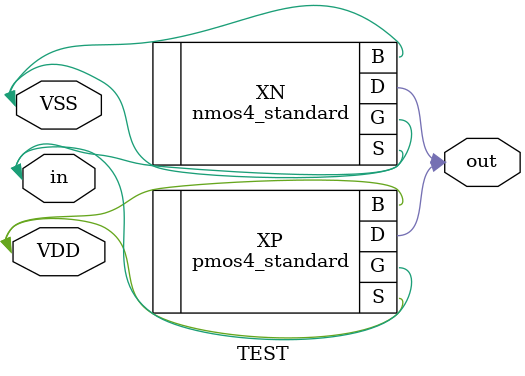
<source format=v>

module nmos4_standard(
    inout  wire B,
    inout  wire D,
    inout  wire G,
    inout  wire S
);

endmodule

module pmos4_standard(
    inout  wire B,
    inout  wire D,
    inout  wire G,
    inout  wire S
);

endmodule

module TEST(
    input  wire VDD,
    input  wire VSS,
    input  wire in,
    output wire out
);

nmos4_standard XN (
    .B( VSS ),
    .D( out ),
    .G( in ),
    .S( VSS )
);

pmos4_standard XP (
    .B( VDD ),
    .D( out ),
    .G( in ),
    .S( VDD )
);

endmodule

</source>
